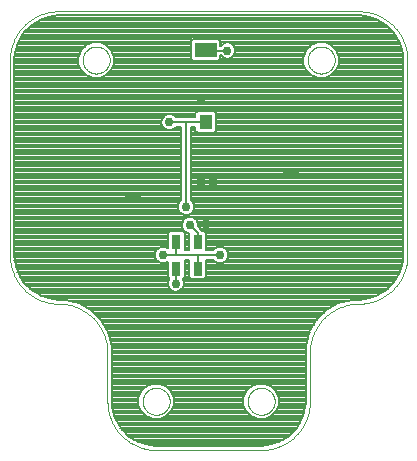
<source format=gtl>
G75*
%MOIN*%
%OFA0B0*%
%FSLAX25Y25*%
%IPPOS*%
%LPD*%
%AMOC8*
5,1,8,0,0,1.08239X$1,22.5*
%
%ADD10C,0.00000*%
%ADD11R,0.03150X0.04724*%
%ADD12R,0.04331X0.05118*%
%ADD13R,0.07480X0.05118*%
%ADD14C,0.02978*%
%ADD15C,0.00800*%
%ADD16OC8,0.02978*%
D10*
X0047650Y0035150D02*
X0047645Y0035543D01*
X0047631Y0035935D01*
X0047607Y0036327D01*
X0047574Y0036718D01*
X0047532Y0037109D01*
X0047479Y0037498D01*
X0047418Y0037886D01*
X0047347Y0038272D01*
X0047267Y0038656D01*
X0047178Y0039039D01*
X0047079Y0039419D01*
X0046971Y0039797D01*
X0046855Y0040172D01*
X0046729Y0040544D01*
X0046594Y0040912D01*
X0046450Y0041278D01*
X0046298Y0041640D01*
X0046137Y0041998D01*
X0045967Y0042352D01*
X0045789Y0042702D01*
X0045602Y0043047D01*
X0045407Y0043388D01*
X0045204Y0043724D01*
X0044993Y0044055D01*
X0044773Y0044381D01*
X0044547Y0044702D01*
X0044312Y0045016D01*
X0044070Y0045326D01*
X0043820Y0045629D01*
X0043563Y0045926D01*
X0043299Y0046217D01*
X0043028Y0046501D01*
X0042751Y0046778D01*
X0042467Y0047049D01*
X0042176Y0047313D01*
X0041879Y0047570D01*
X0041576Y0047820D01*
X0041266Y0048062D01*
X0040952Y0048297D01*
X0040631Y0048523D01*
X0040305Y0048743D01*
X0039974Y0048954D01*
X0039638Y0049157D01*
X0039297Y0049352D01*
X0038952Y0049539D01*
X0038602Y0049717D01*
X0038248Y0049887D01*
X0037890Y0050048D01*
X0037528Y0050200D01*
X0037162Y0050344D01*
X0036794Y0050479D01*
X0036422Y0050605D01*
X0036047Y0050721D01*
X0035669Y0050829D01*
X0035289Y0050928D01*
X0034906Y0051017D01*
X0034522Y0051097D01*
X0034136Y0051168D01*
X0033748Y0051229D01*
X0033359Y0051282D01*
X0032968Y0051324D01*
X0032577Y0051357D01*
X0032185Y0051381D01*
X0031793Y0051395D01*
X0031400Y0051400D01*
X0031007Y0051405D01*
X0030615Y0051419D01*
X0030223Y0051443D01*
X0029832Y0051476D01*
X0029441Y0051518D01*
X0029052Y0051571D01*
X0028664Y0051632D01*
X0028278Y0051703D01*
X0027894Y0051783D01*
X0027511Y0051872D01*
X0027131Y0051971D01*
X0026753Y0052079D01*
X0026378Y0052195D01*
X0026006Y0052321D01*
X0025638Y0052456D01*
X0025272Y0052600D01*
X0024910Y0052752D01*
X0024552Y0052913D01*
X0024198Y0053083D01*
X0023848Y0053261D01*
X0023503Y0053448D01*
X0023162Y0053643D01*
X0022826Y0053846D01*
X0022495Y0054057D01*
X0022169Y0054277D01*
X0021848Y0054503D01*
X0021534Y0054738D01*
X0021224Y0054980D01*
X0020921Y0055230D01*
X0020624Y0055487D01*
X0020333Y0055751D01*
X0020049Y0056022D01*
X0019772Y0056299D01*
X0019501Y0056583D01*
X0019237Y0056874D01*
X0018980Y0057171D01*
X0018730Y0057474D01*
X0018488Y0057784D01*
X0018253Y0058098D01*
X0018027Y0058419D01*
X0017807Y0058745D01*
X0017596Y0059076D01*
X0017393Y0059412D01*
X0017198Y0059753D01*
X0017011Y0060098D01*
X0016833Y0060448D01*
X0016663Y0060802D01*
X0016502Y0061160D01*
X0016350Y0061522D01*
X0016206Y0061888D01*
X0016071Y0062256D01*
X0015945Y0062628D01*
X0015829Y0063003D01*
X0015721Y0063381D01*
X0015622Y0063761D01*
X0015533Y0064144D01*
X0015453Y0064528D01*
X0015382Y0064914D01*
X0015321Y0065302D01*
X0015268Y0065691D01*
X0015226Y0066082D01*
X0015193Y0066473D01*
X0015169Y0066865D01*
X0015155Y0067257D01*
X0015150Y0067650D01*
X0015150Y0132650D01*
X0015155Y0133043D01*
X0015169Y0133435D01*
X0015193Y0133827D01*
X0015226Y0134218D01*
X0015268Y0134609D01*
X0015321Y0134998D01*
X0015382Y0135386D01*
X0015453Y0135772D01*
X0015533Y0136156D01*
X0015622Y0136539D01*
X0015721Y0136919D01*
X0015829Y0137297D01*
X0015945Y0137672D01*
X0016071Y0138044D01*
X0016206Y0138412D01*
X0016350Y0138778D01*
X0016502Y0139140D01*
X0016663Y0139498D01*
X0016833Y0139852D01*
X0017011Y0140202D01*
X0017198Y0140547D01*
X0017393Y0140888D01*
X0017596Y0141224D01*
X0017807Y0141555D01*
X0018027Y0141881D01*
X0018253Y0142202D01*
X0018488Y0142516D01*
X0018730Y0142826D01*
X0018980Y0143129D01*
X0019237Y0143426D01*
X0019501Y0143717D01*
X0019772Y0144001D01*
X0020049Y0144278D01*
X0020333Y0144549D01*
X0020624Y0144813D01*
X0020921Y0145070D01*
X0021224Y0145320D01*
X0021534Y0145562D01*
X0021848Y0145797D01*
X0022169Y0146023D01*
X0022495Y0146243D01*
X0022826Y0146454D01*
X0023162Y0146657D01*
X0023503Y0146852D01*
X0023848Y0147039D01*
X0024198Y0147217D01*
X0024552Y0147387D01*
X0024910Y0147548D01*
X0025272Y0147700D01*
X0025638Y0147844D01*
X0026006Y0147979D01*
X0026378Y0148105D01*
X0026753Y0148221D01*
X0027131Y0148329D01*
X0027511Y0148428D01*
X0027894Y0148517D01*
X0028278Y0148597D01*
X0028664Y0148668D01*
X0029052Y0148729D01*
X0029441Y0148782D01*
X0029832Y0148824D01*
X0030223Y0148857D01*
X0030615Y0148881D01*
X0031007Y0148895D01*
X0031400Y0148900D01*
X0131400Y0148900D01*
X0131793Y0148895D01*
X0132185Y0148881D01*
X0132577Y0148857D01*
X0132968Y0148824D01*
X0133359Y0148782D01*
X0133748Y0148729D01*
X0134136Y0148668D01*
X0134522Y0148597D01*
X0134906Y0148517D01*
X0135289Y0148428D01*
X0135669Y0148329D01*
X0136047Y0148221D01*
X0136422Y0148105D01*
X0136794Y0147979D01*
X0137162Y0147844D01*
X0137528Y0147700D01*
X0137890Y0147548D01*
X0138248Y0147387D01*
X0138602Y0147217D01*
X0138952Y0147039D01*
X0139297Y0146852D01*
X0139638Y0146657D01*
X0139974Y0146454D01*
X0140305Y0146243D01*
X0140631Y0146023D01*
X0140952Y0145797D01*
X0141266Y0145562D01*
X0141576Y0145320D01*
X0141879Y0145070D01*
X0142176Y0144813D01*
X0142467Y0144549D01*
X0142751Y0144278D01*
X0143028Y0144001D01*
X0143299Y0143717D01*
X0143563Y0143426D01*
X0143820Y0143129D01*
X0144070Y0142826D01*
X0144312Y0142516D01*
X0144547Y0142202D01*
X0144773Y0141881D01*
X0144993Y0141555D01*
X0145204Y0141224D01*
X0145407Y0140888D01*
X0145602Y0140547D01*
X0145789Y0140202D01*
X0145967Y0139852D01*
X0146137Y0139498D01*
X0146298Y0139140D01*
X0146450Y0138778D01*
X0146594Y0138412D01*
X0146729Y0138044D01*
X0146855Y0137672D01*
X0146971Y0137297D01*
X0147079Y0136919D01*
X0147178Y0136539D01*
X0147267Y0136156D01*
X0147347Y0135772D01*
X0147418Y0135386D01*
X0147479Y0134998D01*
X0147532Y0134609D01*
X0147574Y0134218D01*
X0147607Y0133827D01*
X0147631Y0133435D01*
X0147645Y0133043D01*
X0147650Y0132650D01*
X0147650Y0067650D01*
X0147645Y0067257D01*
X0147631Y0066865D01*
X0147607Y0066473D01*
X0147574Y0066082D01*
X0147532Y0065691D01*
X0147479Y0065302D01*
X0147418Y0064914D01*
X0147347Y0064528D01*
X0147267Y0064144D01*
X0147178Y0063761D01*
X0147079Y0063381D01*
X0146971Y0063003D01*
X0146855Y0062628D01*
X0146729Y0062256D01*
X0146594Y0061888D01*
X0146450Y0061522D01*
X0146298Y0061160D01*
X0146137Y0060802D01*
X0145967Y0060448D01*
X0145789Y0060098D01*
X0145602Y0059753D01*
X0145407Y0059412D01*
X0145204Y0059076D01*
X0144993Y0058745D01*
X0144773Y0058419D01*
X0144547Y0058098D01*
X0144312Y0057784D01*
X0144070Y0057474D01*
X0143820Y0057171D01*
X0143563Y0056874D01*
X0143299Y0056583D01*
X0143028Y0056299D01*
X0142751Y0056022D01*
X0142467Y0055751D01*
X0142176Y0055487D01*
X0141879Y0055230D01*
X0141576Y0054980D01*
X0141266Y0054738D01*
X0140952Y0054503D01*
X0140631Y0054277D01*
X0140305Y0054057D01*
X0139974Y0053846D01*
X0139638Y0053643D01*
X0139297Y0053448D01*
X0138952Y0053261D01*
X0138602Y0053083D01*
X0138248Y0052913D01*
X0137890Y0052752D01*
X0137528Y0052600D01*
X0137162Y0052456D01*
X0136794Y0052321D01*
X0136422Y0052195D01*
X0136047Y0052079D01*
X0135669Y0051971D01*
X0135289Y0051872D01*
X0134906Y0051783D01*
X0134522Y0051703D01*
X0134136Y0051632D01*
X0133748Y0051571D01*
X0133359Y0051518D01*
X0132968Y0051476D01*
X0132577Y0051443D01*
X0132185Y0051419D01*
X0131793Y0051405D01*
X0131400Y0051400D01*
X0131007Y0051395D01*
X0130615Y0051381D01*
X0130223Y0051357D01*
X0129832Y0051324D01*
X0129441Y0051282D01*
X0129052Y0051229D01*
X0128664Y0051168D01*
X0128278Y0051097D01*
X0127894Y0051017D01*
X0127511Y0050928D01*
X0127131Y0050829D01*
X0126753Y0050721D01*
X0126378Y0050605D01*
X0126006Y0050479D01*
X0125638Y0050344D01*
X0125272Y0050200D01*
X0124910Y0050048D01*
X0124552Y0049887D01*
X0124198Y0049717D01*
X0123848Y0049539D01*
X0123503Y0049352D01*
X0123162Y0049157D01*
X0122826Y0048954D01*
X0122495Y0048743D01*
X0122169Y0048523D01*
X0121848Y0048297D01*
X0121534Y0048062D01*
X0121224Y0047820D01*
X0120921Y0047570D01*
X0120624Y0047313D01*
X0120333Y0047049D01*
X0120049Y0046778D01*
X0119772Y0046501D01*
X0119501Y0046217D01*
X0119237Y0045926D01*
X0118980Y0045629D01*
X0118730Y0045326D01*
X0118488Y0045016D01*
X0118253Y0044702D01*
X0118027Y0044381D01*
X0117807Y0044055D01*
X0117596Y0043724D01*
X0117393Y0043388D01*
X0117198Y0043047D01*
X0117011Y0042702D01*
X0116833Y0042352D01*
X0116663Y0041998D01*
X0116502Y0041640D01*
X0116350Y0041278D01*
X0116206Y0040912D01*
X0116071Y0040544D01*
X0115945Y0040172D01*
X0115829Y0039797D01*
X0115721Y0039419D01*
X0115622Y0039039D01*
X0115533Y0038656D01*
X0115453Y0038272D01*
X0115382Y0037886D01*
X0115321Y0037498D01*
X0115268Y0037109D01*
X0115226Y0036718D01*
X0115193Y0036327D01*
X0115169Y0035935D01*
X0115155Y0035543D01*
X0115150Y0035150D01*
X0115150Y0018900D01*
X0115145Y0018507D01*
X0115131Y0018115D01*
X0115107Y0017723D01*
X0115074Y0017332D01*
X0115032Y0016941D01*
X0114979Y0016552D01*
X0114918Y0016164D01*
X0114847Y0015778D01*
X0114767Y0015394D01*
X0114678Y0015011D01*
X0114579Y0014631D01*
X0114471Y0014253D01*
X0114355Y0013878D01*
X0114229Y0013506D01*
X0114094Y0013138D01*
X0113950Y0012772D01*
X0113798Y0012410D01*
X0113637Y0012052D01*
X0113467Y0011698D01*
X0113289Y0011348D01*
X0113102Y0011003D01*
X0112907Y0010662D01*
X0112704Y0010326D01*
X0112493Y0009995D01*
X0112273Y0009669D01*
X0112047Y0009348D01*
X0111812Y0009034D01*
X0111570Y0008724D01*
X0111320Y0008421D01*
X0111063Y0008124D01*
X0110799Y0007833D01*
X0110528Y0007549D01*
X0110251Y0007272D01*
X0109967Y0007001D01*
X0109676Y0006737D01*
X0109379Y0006480D01*
X0109076Y0006230D01*
X0108766Y0005988D01*
X0108452Y0005753D01*
X0108131Y0005527D01*
X0107805Y0005307D01*
X0107474Y0005096D01*
X0107138Y0004893D01*
X0106797Y0004698D01*
X0106452Y0004511D01*
X0106102Y0004333D01*
X0105748Y0004163D01*
X0105390Y0004002D01*
X0105028Y0003850D01*
X0104662Y0003706D01*
X0104294Y0003571D01*
X0103922Y0003445D01*
X0103547Y0003329D01*
X0103169Y0003221D01*
X0102789Y0003122D01*
X0102406Y0003033D01*
X0102022Y0002953D01*
X0101636Y0002882D01*
X0101248Y0002821D01*
X0100859Y0002768D01*
X0100468Y0002726D01*
X0100077Y0002693D01*
X0099685Y0002669D01*
X0099293Y0002655D01*
X0098900Y0002650D01*
X0063900Y0002650D01*
X0063507Y0002655D01*
X0063115Y0002669D01*
X0062723Y0002693D01*
X0062332Y0002726D01*
X0061941Y0002768D01*
X0061552Y0002821D01*
X0061164Y0002882D01*
X0060778Y0002953D01*
X0060394Y0003033D01*
X0060011Y0003122D01*
X0059631Y0003221D01*
X0059253Y0003329D01*
X0058878Y0003445D01*
X0058506Y0003571D01*
X0058138Y0003706D01*
X0057772Y0003850D01*
X0057410Y0004002D01*
X0057052Y0004163D01*
X0056698Y0004333D01*
X0056348Y0004511D01*
X0056003Y0004698D01*
X0055662Y0004893D01*
X0055326Y0005096D01*
X0054995Y0005307D01*
X0054669Y0005527D01*
X0054348Y0005753D01*
X0054034Y0005988D01*
X0053724Y0006230D01*
X0053421Y0006480D01*
X0053124Y0006737D01*
X0052833Y0007001D01*
X0052549Y0007272D01*
X0052272Y0007549D01*
X0052001Y0007833D01*
X0051737Y0008124D01*
X0051480Y0008421D01*
X0051230Y0008724D01*
X0050988Y0009034D01*
X0050753Y0009348D01*
X0050527Y0009669D01*
X0050307Y0009995D01*
X0050096Y0010326D01*
X0049893Y0010662D01*
X0049698Y0011003D01*
X0049511Y0011348D01*
X0049333Y0011698D01*
X0049163Y0012052D01*
X0049002Y0012410D01*
X0048850Y0012772D01*
X0048706Y0013138D01*
X0048571Y0013506D01*
X0048445Y0013878D01*
X0048329Y0014253D01*
X0048221Y0014631D01*
X0048122Y0015011D01*
X0048033Y0015394D01*
X0047953Y0015778D01*
X0047882Y0016164D01*
X0047821Y0016552D01*
X0047768Y0016941D01*
X0047726Y0017332D01*
X0047693Y0017723D01*
X0047669Y0018115D01*
X0047655Y0018507D01*
X0047650Y0018900D01*
X0047650Y0035150D01*
X0059400Y0018900D02*
X0059402Y0019034D01*
X0059408Y0019168D01*
X0059418Y0019301D01*
X0059432Y0019435D01*
X0059450Y0019568D01*
X0059472Y0019700D01*
X0059497Y0019831D01*
X0059527Y0019962D01*
X0059561Y0020092D01*
X0059598Y0020220D01*
X0059639Y0020348D01*
X0059684Y0020474D01*
X0059733Y0020599D01*
X0059785Y0020722D01*
X0059841Y0020844D01*
X0059901Y0020964D01*
X0059964Y0021082D01*
X0060031Y0021198D01*
X0060101Y0021312D01*
X0060175Y0021424D01*
X0060252Y0021534D01*
X0060332Y0021642D01*
X0060415Y0021747D01*
X0060501Y0021849D01*
X0060590Y0021949D01*
X0060683Y0022046D01*
X0060778Y0022141D01*
X0060876Y0022232D01*
X0060976Y0022321D01*
X0061079Y0022406D01*
X0061185Y0022489D01*
X0061293Y0022568D01*
X0061403Y0022644D01*
X0061516Y0022717D01*
X0061631Y0022786D01*
X0061747Y0022852D01*
X0061866Y0022914D01*
X0061986Y0022973D01*
X0062109Y0023028D01*
X0062232Y0023080D01*
X0062357Y0023127D01*
X0062484Y0023171D01*
X0062612Y0023212D01*
X0062741Y0023248D01*
X0062871Y0023281D01*
X0063002Y0023309D01*
X0063133Y0023334D01*
X0063266Y0023355D01*
X0063399Y0023372D01*
X0063532Y0023385D01*
X0063666Y0023394D01*
X0063800Y0023399D01*
X0063934Y0023400D01*
X0064067Y0023397D01*
X0064201Y0023390D01*
X0064335Y0023379D01*
X0064468Y0023364D01*
X0064601Y0023345D01*
X0064733Y0023322D01*
X0064864Y0023296D01*
X0064994Y0023265D01*
X0065124Y0023230D01*
X0065252Y0023192D01*
X0065379Y0023150D01*
X0065505Y0023104D01*
X0065630Y0023054D01*
X0065753Y0023001D01*
X0065874Y0022944D01*
X0065994Y0022883D01*
X0066111Y0022819D01*
X0066227Y0022752D01*
X0066341Y0022681D01*
X0066452Y0022606D01*
X0066561Y0022529D01*
X0066668Y0022448D01*
X0066773Y0022364D01*
X0066874Y0022277D01*
X0066974Y0022187D01*
X0067070Y0022094D01*
X0067164Y0021998D01*
X0067255Y0021899D01*
X0067342Y0021798D01*
X0067427Y0021694D01*
X0067509Y0021588D01*
X0067587Y0021480D01*
X0067662Y0021369D01*
X0067734Y0021256D01*
X0067803Y0021140D01*
X0067868Y0021023D01*
X0067929Y0020904D01*
X0067987Y0020783D01*
X0068041Y0020661D01*
X0068092Y0020537D01*
X0068139Y0020411D01*
X0068182Y0020284D01*
X0068221Y0020156D01*
X0068257Y0020027D01*
X0068288Y0019897D01*
X0068316Y0019766D01*
X0068340Y0019634D01*
X0068360Y0019501D01*
X0068376Y0019368D01*
X0068388Y0019235D01*
X0068396Y0019101D01*
X0068400Y0018967D01*
X0068400Y0018833D01*
X0068396Y0018699D01*
X0068388Y0018565D01*
X0068376Y0018432D01*
X0068360Y0018299D01*
X0068340Y0018166D01*
X0068316Y0018034D01*
X0068288Y0017903D01*
X0068257Y0017773D01*
X0068221Y0017644D01*
X0068182Y0017516D01*
X0068139Y0017389D01*
X0068092Y0017263D01*
X0068041Y0017139D01*
X0067987Y0017017D01*
X0067929Y0016896D01*
X0067868Y0016777D01*
X0067803Y0016660D01*
X0067734Y0016544D01*
X0067662Y0016431D01*
X0067587Y0016320D01*
X0067509Y0016212D01*
X0067427Y0016106D01*
X0067342Y0016002D01*
X0067255Y0015901D01*
X0067164Y0015802D01*
X0067070Y0015706D01*
X0066974Y0015613D01*
X0066874Y0015523D01*
X0066773Y0015436D01*
X0066668Y0015352D01*
X0066561Y0015271D01*
X0066452Y0015194D01*
X0066341Y0015119D01*
X0066227Y0015048D01*
X0066111Y0014981D01*
X0065994Y0014917D01*
X0065874Y0014856D01*
X0065753Y0014799D01*
X0065630Y0014746D01*
X0065505Y0014696D01*
X0065379Y0014650D01*
X0065252Y0014608D01*
X0065124Y0014570D01*
X0064994Y0014535D01*
X0064864Y0014504D01*
X0064733Y0014478D01*
X0064601Y0014455D01*
X0064468Y0014436D01*
X0064335Y0014421D01*
X0064201Y0014410D01*
X0064067Y0014403D01*
X0063934Y0014400D01*
X0063800Y0014401D01*
X0063666Y0014406D01*
X0063532Y0014415D01*
X0063399Y0014428D01*
X0063266Y0014445D01*
X0063133Y0014466D01*
X0063002Y0014491D01*
X0062871Y0014519D01*
X0062741Y0014552D01*
X0062612Y0014588D01*
X0062484Y0014629D01*
X0062357Y0014673D01*
X0062232Y0014720D01*
X0062109Y0014772D01*
X0061986Y0014827D01*
X0061866Y0014886D01*
X0061747Y0014948D01*
X0061631Y0015014D01*
X0061516Y0015083D01*
X0061403Y0015156D01*
X0061293Y0015232D01*
X0061185Y0015311D01*
X0061079Y0015394D01*
X0060976Y0015479D01*
X0060876Y0015568D01*
X0060778Y0015659D01*
X0060683Y0015754D01*
X0060590Y0015851D01*
X0060501Y0015951D01*
X0060415Y0016053D01*
X0060332Y0016158D01*
X0060252Y0016266D01*
X0060175Y0016376D01*
X0060101Y0016488D01*
X0060031Y0016602D01*
X0059964Y0016718D01*
X0059901Y0016836D01*
X0059841Y0016956D01*
X0059785Y0017078D01*
X0059733Y0017201D01*
X0059684Y0017326D01*
X0059639Y0017452D01*
X0059598Y0017580D01*
X0059561Y0017708D01*
X0059527Y0017838D01*
X0059497Y0017969D01*
X0059472Y0018100D01*
X0059450Y0018232D01*
X0059432Y0018365D01*
X0059418Y0018499D01*
X0059408Y0018632D01*
X0059402Y0018766D01*
X0059400Y0018900D01*
X0094400Y0018900D02*
X0094402Y0019034D01*
X0094408Y0019168D01*
X0094418Y0019301D01*
X0094432Y0019435D01*
X0094450Y0019568D01*
X0094472Y0019700D01*
X0094497Y0019831D01*
X0094527Y0019962D01*
X0094561Y0020092D01*
X0094598Y0020220D01*
X0094639Y0020348D01*
X0094684Y0020474D01*
X0094733Y0020599D01*
X0094785Y0020722D01*
X0094841Y0020844D01*
X0094901Y0020964D01*
X0094964Y0021082D01*
X0095031Y0021198D01*
X0095101Y0021312D01*
X0095175Y0021424D01*
X0095252Y0021534D01*
X0095332Y0021642D01*
X0095415Y0021747D01*
X0095501Y0021849D01*
X0095590Y0021949D01*
X0095683Y0022046D01*
X0095778Y0022141D01*
X0095876Y0022232D01*
X0095976Y0022321D01*
X0096079Y0022406D01*
X0096185Y0022489D01*
X0096293Y0022568D01*
X0096403Y0022644D01*
X0096516Y0022717D01*
X0096631Y0022786D01*
X0096747Y0022852D01*
X0096866Y0022914D01*
X0096986Y0022973D01*
X0097109Y0023028D01*
X0097232Y0023080D01*
X0097357Y0023127D01*
X0097484Y0023171D01*
X0097612Y0023212D01*
X0097741Y0023248D01*
X0097871Y0023281D01*
X0098002Y0023309D01*
X0098133Y0023334D01*
X0098266Y0023355D01*
X0098399Y0023372D01*
X0098532Y0023385D01*
X0098666Y0023394D01*
X0098800Y0023399D01*
X0098934Y0023400D01*
X0099067Y0023397D01*
X0099201Y0023390D01*
X0099335Y0023379D01*
X0099468Y0023364D01*
X0099601Y0023345D01*
X0099733Y0023322D01*
X0099864Y0023296D01*
X0099994Y0023265D01*
X0100124Y0023230D01*
X0100252Y0023192D01*
X0100379Y0023150D01*
X0100505Y0023104D01*
X0100630Y0023054D01*
X0100753Y0023001D01*
X0100874Y0022944D01*
X0100994Y0022883D01*
X0101111Y0022819D01*
X0101227Y0022752D01*
X0101341Y0022681D01*
X0101452Y0022606D01*
X0101561Y0022529D01*
X0101668Y0022448D01*
X0101773Y0022364D01*
X0101874Y0022277D01*
X0101974Y0022187D01*
X0102070Y0022094D01*
X0102164Y0021998D01*
X0102255Y0021899D01*
X0102342Y0021798D01*
X0102427Y0021694D01*
X0102509Y0021588D01*
X0102587Y0021480D01*
X0102662Y0021369D01*
X0102734Y0021256D01*
X0102803Y0021140D01*
X0102868Y0021023D01*
X0102929Y0020904D01*
X0102987Y0020783D01*
X0103041Y0020661D01*
X0103092Y0020537D01*
X0103139Y0020411D01*
X0103182Y0020284D01*
X0103221Y0020156D01*
X0103257Y0020027D01*
X0103288Y0019897D01*
X0103316Y0019766D01*
X0103340Y0019634D01*
X0103360Y0019501D01*
X0103376Y0019368D01*
X0103388Y0019235D01*
X0103396Y0019101D01*
X0103400Y0018967D01*
X0103400Y0018833D01*
X0103396Y0018699D01*
X0103388Y0018565D01*
X0103376Y0018432D01*
X0103360Y0018299D01*
X0103340Y0018166D01*
X0103316Y0018034D01*
X0103288Y0017903D01*
X0103257Y0017773D01*
X0103221Y0017644D01*
X0103182Y0017516D01*
X0103139Y0017389D01*
X0103092Y0017263D01*
X0103041Y0017139D01*
X0102987Y0017017D01*
X0102929Y0016896D01*
X0102868Y0016777D01*
X0102803Y0016660D01*
X0102734Y0016544D01*
X0102662Y0016431D01*
X0102587Y0016320D01*
X0102509Y0016212D01*
X0102427Y0016106D01*
X0102342Y0016002D01*
X0102255Y0015901D01*
X0102164Y0015802D01*
X0102070Y0015706D01*
X0101974Y0015613D01*
X0101874Y0015523D01*
X0101773Y0015436D01*
X0101668Y0015352D01*
X0101561Y0015271D01*
X0101452Y0015194D01*
X0101341Y0015119D01*
X0101227Y0015048D01*
X0101111Y0014981D01*
X0100994Y0014917D01*
X0100874Y0014856D01*
X0100753Y0014799D01*
X0100630Y0014746D01*
X0100505Y0014696D01*
X0100379Y0014650D01*
X0100252Y0014608D01*
X0100124Y0014570D01*
X0099994Y0014535D01*
X0099864Y0014504D01*
X0099733Y0014478D01*
X0099601Y0014455D01*
X0099468Y0014436D01*
X0099335Y0014421D01*
X0099201Y0014410D01*
X0099067Y0014403D01*
X0098934Y0014400D01*
X0098800Y0014401D01*
X0098666Y0014406D01*
X0098532Y0014415D01*
X0098399Y0014428D01*
X0098266Y0014445D01*
X0098133Y0014466D01*
X0098002Y0014491D01*
X0097871Y0014519D01*
X0097741Y0014552D01*
X0097612Y0014588D01*
X0097484Y0014629D01*
X0097357Y0014673D01*
X0097232Y0014720D01*
X0097109Y0014772D01*
X0096986Y0014827D01*
X0096866Y0014886D01*
X0096747Y0014948D01*
X0096631Y0015014D01*
X0096516Y0015083D01*
X0096403Y0015156D01*
X0096293Y0015232D01*
X0096185Y0015311D01*
X0096079Y0015394D01*
X0095976Y0015479D01*
X0095876Y0015568D01*
X0095778Y0015659D01*
X0095683Y0015754D01*
X0095590Y0015851D01*
X0095501Y0015951D01*
X0095415Y0016053D01*
X0095332Y0016158D01*
X0095252Y0016266D01*
X0095175Y0016376D01*
X0095101Y0016488D01*
X0095031Y0016602D01*
X0094964Y0016718D01*
X0094901Y0016836D01*
X0094841Y0016956D01*
X0094785Y0017078D01*
X0094733Y0017201D01*
X0094684Y0017326D01*
X0094639Y0017452D01*
X0094598Y0017580D01*
X0094561Y0017708D01*
X0094527Y0017838D01*
X0094497Y0017969D01*
X0094472Y0018100D01*
X0094450Y0018232D01*
X0094432Y0018365D01*
X0094418Y0018499D01*
X0094408Y0018632D01*
X0094402Y0018766D01*
X0094400Y0018900D01*
X0114400Y0132650D02*
X0114402Y0132784D01*
X0114408Y0132918D01*
X0114418Y0133051D01*
X0114432Y0133185D01*
X0114450Y0133318D01*
X0114472Y0133450D01*
X0114497Y0133581D01*
X0114527Y0133712D01*
X0114561Y0133842D01*
X0114598Y0133970D01*
X0114639Y0134098D01*
X0114684Y0134224D01*
X0114733Y0134349D01*
X0114785Y0134472D01*
X0114841Y0134594D01*
X0114901Y0134714D01*
X0114964Y0134832D01*
X0115031Y0134948D01*
X0115101Y0135062D01*
X0115175Y0135174D01*
X0115252Y0135284D01*
X0115332Y0135392D01*
X0115415Y0135497D01*
X0115501Y0135599D01*
X0115590Y0135699D01*
X0115683Y0135796D01*
X0115778Y0135891D01*
X0115876Y0135982D01*
X0115976Y0136071D01*
X0116079Y0136156D01*
X0116185Y0136239D01*
X0116293Y0136318D01*
X0116403Y0136394D01*
X0116516Y0136467D01*
X0116631Y0136536D01*
X0116747Y0136602D01*
X0116866Y0136664D01*
X0116986Y0136723D01*
X0117109Y0136778D01*
X0117232Y0136830D01*
X0117357Y0136877D01*
X0117484Y0136921D01*
X0117612Y0136962D01*
X0117741Y0136998D01*
X0117871Y0137031D01*
X0118002Y0137059D01*
X0118133Y0137084D01*
X0118266Y0137105D01*
X0118399Y0137122D01*
X0118532Y0137135D01*
X0118666Y0137144D01*
X0118800Y0137149D01*
X0118934Y0137150D01*
X0119067Y0137147D01*
X0119201Y0137140D01*
X0119335Y0137129D01*
X0119468Y0137114D01*
X0119601Y0137095D01*
X0119733Y0137072D01*
X0119864Y0137046D01*
X0119994Y0137015D01*
X0120124Y0136980D01*
X0120252Y0136942D01*
X0120379Y0136900D01*
X0120505Y0136854D01*
X0120630Y0136804D01*
X0120753Y0136751D01*
X0120874Y0136694D01*
X0120994Y0136633D01*
X0121111Y0136569D01*
X0121227Y0136502D01*
X0121341Y0136431D01*
X0121452Y0136356D01*
X0121561Y0136279D01*
X0121668Y0136198D01*
X0121773Y0136114D01*
X0121874Y0136027D01*
X0121974Y0135937D01*
X0122070Y0135844D01*
X0122164Y0135748D01*
X0122255Y0135649D01*
X0122342Y0135548D01*
X0122427Y0135444D01*
X0122509Y0135338D01*
X0122587Y0135230D01*
X0122662Y0135119D01*
X0122734Y0135006D01*
X0122803Y0134890D01*
X0122868Y0134773D01*
X0122929Y0134654D01*
X0122987Y0134533D01*
X0123041Y0134411D01*
X0123092Y0134287D01*
X0123139Y0134161D01*
X0123182Y0134034D01*
X0123221Y0133906D01*
X0123257Y0133777D01*
X0123288Y0133647D01*
X0123316Y0133516D01*
X0123340Y0133384D01*
X0123360Y0133251D01*
X0123376Y0133118D01*
X0123388Y0132985D01*
X0123396Y0132851D01*
X0123400Y0132717D01*
X0123400Y0132583D01*
X0123396Y0132449D01*
X0123388Y0132315D01*
X0123376Y0132182D01*
X0123360Y0132049D01*
X0123340Y0131916D01*
X0123316Y0131784D01*
X0123288Y0131653D01*
X0123257Y0131523D01*
X0123221Y0131394D01*
X0123182Y0131266D01*
X0123139Y0131139D01*
X0123092Y0131013D01*
X0123041Y0130889D01*
X0122987Y0130767D01*
X0122929Y0130646D01*
X0122868Y0130527D01*
X0122803Y0130410D01*
X0122734Y0130294D01*
X0122662Y0130181D01*
X0122587Y0130070D01*
X0122509Y0129962D01*
X0122427Y0129856D01*
X0122342Y0129752D01*
X0122255Y0129651D01*
X0122164Y0129552D01*
X0122070Y0129456D01*
X0121974Y0129363D01*
X0121874Y0129273D01*
X0121773Y0129186D01*
X0121668Y0129102D01*
X0121561Y0129021D01*
X0121452Y0128944D01*
X0121341Y0128869D01*
X0121227Y0128798D01*
X0121111Y0128731D01*
X0120994Y0128667D01*
X0120874Y0128606D01*
X0120753Y0128549D01*
X0120630Y0128496D01*
X0120505Y0128446D01*
X0120379Y0128400D01*
X0120252Y0128358D01*
X0120124Y0128320D01*
X0119994Y0128285D01*
X0119864Y0128254D01*
X0119733Y0128228D01*
X0119601Y0128205D01*
X0119468Y0128186D01*
X0119335Y0128171D01*
X0119201Y0128160D01*
X0119067Y0128153D01*
X0118934Y0128150D01*
X0118800Y0128151D01*
X0118666Y0128156D01*
X0118532Y0128165D01*
X0118399Y0128178D01*
X0118266Y0128195D01*
X0118133Y0128216D01*
X0118002Y0128241D01*
X0117871Y0128269D01*
X0117741Y0128302D01*
X0117612Y0128338D01*
X0117484Y0128379D01*
X0117357Y0128423D01*
X0117232Y0128470D01*
X0117109Y0128522D01*
X0116986Y0128577D01*
X0116866Y0128636D01*
X0116747Y0128698D01*
X0116631Y0128764D01*
X0116516Y0128833D01*
X0116403Y0128906D01*
X0116293Y0128982D01*
X0116185Y0129061D01*
X0116079Y0129144D01*
X0115976Y0129229D01*
X0115876Y0129318D01*
X0115778Y0129409D01*
X0115683Y0129504D01*
X0115590Y0129601D01*
X0115501Y0129701D01*
X0115415Y0129803D01*
X0115332Y0129908D01*
X0115252Y0130016D01*
X0115175Y0130126D01*
X0115101Y0130238D01*
X0115031Y0130352D01*
X0114964Y0130468D01*
X0114901Y0130586D01*
X0114841Y0130706D01*
X0114785Y0130828D01*
X0114733Y0130951D01*
X0114684Y0131076D01*
X0114639Y0131202D01*
X0114598Y0131330D01*
X0114561Y0131458D01*
X0114527Y0131588D01*
X0114497Y0131719D01*
X0114472Y0131850D01*
X0114450Y0131982D01*
X0114432Y0132115D01*
X0114418Y0132249D01*
X0114408Y0132382D01*
X0114402Y0132516D01*
X0114400Y0132650D01*
X0039400Y0132650D02*
X0039402Y0132784D01*
X0039408Y0132918D01*
X0039418Y0133051D01*
X0039432Y0133185D01*
X0039450Y0133318D01*
X0039472Y0133450D01*
X0039497Y0133581D01*
X0039527Y0133712D01*
X0039561Y0133842D01*
X0039598Y0133970D01*
X0039639Y0134098D01*
X0039684Y0134224D01*
X0039733Y0134349D01*
X0039785Y0134472D01*
X0039841Y0134594D01*
X0039901Y0134714D01*
X0039964Y0134832D01*
X0040031Y0134948D01*
X0040101Y0135062D01*
X0040175Y0135174D01*
X0040252Y0135284D01*
X0040332Y0135392D01*
X0040415Y0135497D01*
X0040501Y0135599D01*
X0040590Y0135699D01*
X0040683Y0135796D01*
X0040778Y0135891D01*
X0040876Y0135982D01*
X0040976Y0136071D01*
X0041079Y0136156D01*
X0041185Y0136239D01*
X0041293Y0136318D01*
X0041403Y0136394D01*
X0041516Y0136467D01*
X0041631Y0136536D01*
X0041747Y0136602D01*
X0041866Y0136664D01*
X0041986Y0136723D01*
X0042109Y0136778D01*
X0042232Y0136830D01*
X0042357Y0136877D01*
X0042484Y0136921D01*
X0042612Y0136962D01*
X0042741Y0136998D01*
X0042871Y0137031D01*
X0043002Y0137059D01*
X0043133Y0137084D01*
X0043266Y0137105D01*
X0043399Y0137122D01*
X0043532Y0137135D01*
X0043666Y0137144D01*
X0043800Y0137149D01*
X0043934Y0137150D01*
X0044067Y0137147D01*
X0044201Y0137140D01*
X0044335Y0137129D01*
X0044468Y0137114D01*
X0044601Y0137095D01*
X0044733Y0137072D01*
X0044864Y0137046D01*
X0044994Y0137015D01*
X0045124Y0136980D01*
X0045252Y0136942D01*
X0045379Y0136900D01*
X0045505Y0136854D01*
X0045630Y0136804D01*
X0045753Y0136751D01*
X0045874Y0136694D01*
X0045994Y0136633D01*
X0046111Y0136569D01*
X0046227Y0136502D01*
X0046341Y0136431D01*
X0046452Y0136356D01*
X0046561Y0136279D01*
X0046668Y0136198D01*
X0046773Y0136114D01*
X0046874Y0136027D01*
X0046974Y0135937D01*
X0047070Y0135844D01*
X0047164Y0135748D01*
X0047255Y0135649D01*
X0047342Y0135548D01*
X0047427Y0135444D01*
X0047509Y0135338D01*
X0047587Y0135230D01*
X0047662Y0135119D01*
X0047734Y0135006D01*
X0047803Y0134890D01*
X0047868Y0134773D01*
X0047929Y0134654D01*
X0047987Y0134533D01*
X0048041Y0134411D01*
X0048092Y0134287D01*
X0048139Y0134161D01*
X0048182Y0134034D01*
X0048221Y0133906D01*
X0048257Y0133777D01*
X0048288Y0133647D01*
X0048316Y0133516D01*
X0048340Y0133384D01*
X0048360Y0133251D01*
X0048376Y0133118D01*
X0048388Y0132985D01*
X0048396Y0132851D01*
X0048400Y0132717D01*
X0048400Y0132583D01*
X0048396Y0132449D01*
X0048388Y0132315D01*
X0048376Y0132182D01*
X0048360Y0132049D01*
X0048340Y0131916D01*
X0048316Y0131784D01*
X0048288Y0131653D01*
X0048257Y0131523D01*
X0048221Y0131394D01*
X0048182Y0131266D01*
X0048139Y0131139D01*
X0048092Y0131013D01*
X0048041Y0130889D01*
X0047987Y0130767D01*
X0047929Y0130646D01*
X0047868Y0130527D01*
X0047803Y0130410D01*
X0047734Y0130294D01*
X0047662Y0130181D01*
X0047587Y0130070D01*
X0047509Y0129962D01*
X0047427Y0129856D01*
X0047342Y0129752D01*
X0047255Y0129651D01*
X0047164Y0129552D01*
X0047070Y0129456D01*
X0046974Y0129363D01*
X0046874Y0129273D01*
X0046773Y0129186D01*
X0046668Y0129102D01*
X0046561Y0129021D01*
X0046452Y0128944D01*
X0046341Y0128869D01*
X0046227Y0128798D01*
X0046111Y0128731D01*
X0045994Y0128667D01*
X0045874Y0128606D01*
X0045753Y0128549D01*
X0045630Y0128496D01*
X0045505Y0128446D01*
X0045379Y0128400D01*
X0045252Y0128358D01*
X0045124Y0128320D01*
X0044994Y0128285D01*
X0044864Y0128254D01*
X0044733Y0128228D01*
X0044601Y0128205D01*
X0044468Y0128186D01*
X0044335Y0128171D01*
X0044201Y0128160D01*
X0044067Y0128153D01*
X0043934Y0128150D01*
X0043800Y0128151D01*
X0043666Y0128156D01*
X0043532Y0128165D01*
X0043399Y0128178D01*
X0043266Y0128195D01*
X0043133Y0128216D01*
X0043002Y0128241D01*
X0042871Y0128269D01*
X0042741Y0128302D01*
X0042612Y0128338D01*
X0042484Y0128379D01*
X0042357Y0128423D01*
X0042232Y0128470D01*
X0042109Y0128522D01*
X0041986Y0128577D01*
X0041866Y0128636D01*
X0041747Y0128698D01*
X0041631Y0128764D01*
X0041516Y0128833D01*
X0041403Y0128906D01*
X0041293Y0128982D01*
X0041185Y0129061D01*
X0041079Y0129144D01*
X0040976Y0129229D01*
X0040876Y0129318D01*
X0040778Y0129409D01*
X0040683Y0129504D01*
X0040590Y0129601D01*
X0040501Y0129701D01*
X0040415Y0129803D01*
X0040332Y0129908D01*
X0040252Y0130016D01*
X0040175Y0130126D01*
X0040101Y0130238D01*
X0040031Y0130352D01*
X0039964Y0130468D01*
X0039901Y0130586D01*
X0039841Y0130706D01*
X0039785Y0130828D01*
X0039733Y0130951D01*
X0039684Y0131076D01*
X0039639Y0131202D01*
X0039598Y0131330D01*
X0039561Y0131458D01*
X0039527Y0131588D01*
X0039497Y0131719D01*
X0039472Y0131850D01*
X0039450Y0131982D01*
X0039432Y0132115D01*
X0039418Y0132249D01*
X0039408Y0132382D01*
X0039402Y0132516D01*
X0039400Y0132650D01*
D11*
X0070607Y0072150D03*
X0077693Y0072150D03*
X0077693Y0063150D03*
X0070607Y0063150D03*
D12*
X0080367Y0111950D03*
D13*
X0080367Y0135966D03*
D14*
X0087600Y0135800D03*
X0078900Y0118900D03*
X0068300Y0111900D03*
X0078900Y0093650D03*
X0078900Y0090650D03*
X0082900Y0090650D03*
X0082900Y0093650D03*
X0073900Y0083650D03*
X0075150Y0077650D03*
X0080400Y0078150D03*
X0085150Y0067650D03*
X0070400Y0058150D03*
X0066204Y0067650D03*
X0057400Y0087150D03*
X0054900Y0087150D03*
X0107650Y0094650D03*
X0110150Y0094650D03*
D15*
X0086429Y0070038D02*
X0146250Y0070038D01*
X0146250Y0069240D02*
X0087373Y0069240D01*
X0087436Y0069177D02*
X0086677Y0069936D01*
X0085686Y0070346D01*
X0084614Y0070346D01*
X0083623Y0069936D01*
X0082944Y0069257D01*
X0080444Y0069257D01*
X0080475Y0069288D01*
X0080475Y0075012D01*
X0079768Y0075719D01*
X0079300Y0075719D01*
X0079300Y0075772D01*
X0078359Y0076714D01*
X0077846Y0077227D01*
X0077846Y0078186D01*
X0077436Y0079177D01*
X0076677Y0079936D01*
X0075686Y0080346D01*
X0074614Y0080346D01*
X0073623Y0079936D01*
X0072864Y0079177D01*
X0072454Y0078186D01*
X0072454Y0077114D01*
X0072864Y0076123D01*
X0073623Y0075364D01*
X0074614Y0074954D01*
X0074911Y0074954D01*
X0074911Y0069288D01*
X0074942Y0069257D01*
X0073358Y0069257D01*
X0073389Y0069288D01*
X0073389Y0075012D01*
X0072681Y0075719D01*
X0068532Y0075719D01*
X0067825Y0075012D01*
X0067825Y0069842D01*
X0067731Y0069936D01*
X0066740Y0070346D01*
X0065668Y0070346D01*
X0064677Y0069936D01*
X0063918Y0069177D01*
X0063508Y0068186D01*
X0063508Y0067114D01*
X0063918Y0066123D01*
X0064677Y0065364D01*
X0065668Y0064954D01*
X0066740Y0064954D01*
X0067731Y0065364D01*
X0067825Y0065458D01*
X0067825Y0060288D01*
X0068275Y0059838D01*
X0068114Y0059677D01*
X0067704Y0058686D01*
X0067704Y0057614D01*
X0068114Y0056623D01*
X0068873Y0055864D01*
X0069864Y0055454D01*
X0070936Y0055454D01*
X0071927Y0055864D01*
X0072686Y0056623D01*
X0073096Y0057614D01*
X0073096Y0058686D01*
X0072713Y0059612D01*
X0073389Y0060288D01*
X0073389Y0066012D01*
X0073358Y0066043D01*
X0074942Y0066043D01*
X0074911Y0066012D01*
X0074911Y0060288D01*
X0075619Y0059581D01*
X0079768Y0059581D01*
X0080475Y0060288D01*
X0080475Y0066012D01*
X0080444Y0066043D01*
X0082944Y0066043D01*
X0083623Y0065364D01*
X0084614Y0064954D01*
X0085686Y0064954D01*
X0086677Y0065364D01*
X0087436Y0066123D01*
X0087846Y0067114D01*
X0087846Y0068186D01*
X0087436Y0069177D01*
X0087740Y0068441D02*
X0146250Y0068441D01*
X0146250Y0067650D02*
X0146123Y0065712D01*
X0145120Y0061967D01*
X0143181Y0058610D01*
X0140440Y0055869D01*
X0137083Y0053930D01*
X0133338Y0052927D01*
X0131400Y0052800D01*
X0129076Y0052800D01*
X0124587Y0051597D01*
X0120563Y0049274D01*
X0120563Y0049274D01*
X0117276Y0045987D01*
X0114953Y0041963D01*
X0114953Y0041963D01*
X0113750Y0037474D01*
X0113750Y0018900D01*
X0113623Y0016962D01*
X0112620Y0013217D01*
X0110681Y0009860D01*
X0107940Y0007119D01*
X0104583Y0005180D01*
X0100838Y0004177D01*
X0098900Y0004050D01*
X0063900Y0004050D01*
X0061962Y0004177D01*
X0058217Y0005180D01*
X0054860Y0007119D01*
X0052119Y0009860D01*
X0050180Y0013217D01*
X0049177Y0016962D01*
X0049050Y0018900D01*
X0049050Y0037474D01*
X0047847Y0041963D01*
X0045524Y0045987D01*
X0042237Y0049273D01*
X0042237Y0049274D01*
X0038213Y0051597D01*
X0033724Y0052800D01*
X0031400Y0052800D01*
X0029462Y0052927D01*
X0025717Y0053930D01*
X0022360Y0055869D01*
X0019619Y0058610D01*
X0017680Y0061967D01*
X0016677Y0065712D01*
X0016550Y0067650D01*
X0016550Y0132650D01*
X0016677Y0134588D01*
X0017680Y0138333D01*
X0019619Y0141690D01*
X0022360Y0144431D01*
X0025717Y0146370D01*
X0029462Y0147373D01*
X0031400Y0147500D01*
X0131400Y0147500D01*
X0133338Y0147373D01*
X0137083Y0146370D01*
X0140440Y0144431D01*
X0143181Y0141690D01*
X0145120Y0138333D01*
X0146123Y0134588D01*
X0146250Y0132650D01*
X0146250Y0067650D01*
X0146250Y0067643D02*
X0087846Y0067643D01*
X0087734Y0066844D02*
X0146197Y0066844D01*
X0146145Y0066046D02*
X0087359Y0066046D01*
X0086394Y0065247D02*
X0145999Y0065247D01*
X0145785Y0064449D02*
X0080475Y0064449D01*
X0080475Y0065247D02*
X0083905Y0065247D01*
X0085150Y0067650D02*
X0077650Y0067650D01*
X0077693Y0067607D01*
X0077693Y0063150D01*
X0074911Y0062852D02*
X0073389Y0062852D01*
X0073389Y0063650D02*
X0074911Y0063650D01*
X0074911Y0064449D02*
X0073389Y0064449D01*
X0073389Y0065247D02*
X0074911Y0065247D01*
X0077650Y0067650D02*
X0070150Y0067650D01*
X0070607Y0068107D01*
X0070607Y0072150D01*
X0073389Y0072434D02*
X0074911Y0072434D01*
X0074911Y0073232D02*
X0073389Y0073232D01*
X0073389Y0074031D02*
X0074911Y0074031D01*
X0074911Y0074829D02*
X0073389Y0074829D01*
X0073359Y0075628D02*
X0072773Y0075628D01*
X0072739Y0076426D02*
X0016550Y0076426D01*
X0016550Y0075628D02*
X0068441Y0075628D01*
X0067825Y0074829D02*
X0016550Y0074829D01*
X0016550Y0074031D02*
X0067825Y0074031D01*
X0067825Y0073232D02*
X0016550Y0073232D01*
X0016550Y0072434D02*
X0067825Y0072434D01*
X0067825Y0071635D02*
X0016550Y0071635D01*
X0016550Y0070837D02*
X0067825Y0070837D01*
X0067825Y0070038D02*
X0067483Y0070038D01*
X0064925Y0070038D02*
X0016550Y0070038D01*
X0016550Y0069240D02*
X0063981Y0069240D01*
X0063614Y0068441D02*
X0016550Y0068441D01*
X0016550Y0067643D02*
X0063508Y0067643D01*
X0063619Y0066844D02*
X0016603Y0066844D01*
X0016655Y0066046D02*
X0063995Y0066046D01*
X0064959Y0065247D02*
X0016801Y0065247D01*
X0017015Y0064449D02*
X0067825Y0064449D01*
X0067825Y0065247D02*
X0067448Y0065247D01*
X0067825Y0063650D02*
X0017229Y0063650D01*
X0017443Y0062852D02*
X0067825Y0062852D01*
X0067825Y0062053D02*
X0017657Y0062053D01*
X0018092Y0061255D02*
X0067825Y0061255D01*
X0067825Y0060456D02*
X0018553Y0060456D01*
X0019014Y0059658D02*
X0068106Y0059658D01*
X0067776Y0058859D02*
X0019475Y0058859D01*
X0020168Y0058061D02*
X0067704Y0058061D01*
X0067850Y0057262D02*
X0020966Y0057262D01*
X0021765Y0056464D02*
X0068274Y0056464D01*
X0069354Y0055665D02*
X0022712Y0055665D01*
X0024096Y0054867D02*
X0138704Y0054867D01*
X0137321Y0054068D02*
X0025479Y0054068D01*
X0028183Y0053270D02*
X0134617Y0053270D01*
X0140088Y0055665D02*
X0071446Y0055665D01*
X0072526Y0056464D02*
X0141035Y0056464D01*
X0141834Y0057262D02*
X0072950Y0057262D01*
X0073096Y0058061D02*
X0142632Y0058061D01*
X0143325Y0058859D02*
X0073024Y0058859D01*
X0072758Y0059658D02*
X0075542Y0059658D01*
X0074911Y0060456D02*
X0073389Y0060456D01*
X0073389Y0061255D02*
X0074911Y0061255D01*
X0074911Y0062053D02*
X0073389Y0062053D01*
X0070607Y0063150D02*
X0070400Y0062943D01*
X0070400Y0058150D01*
X0070150Y0067650D02*
X0066204Y0067650D01*
X0073389Y0070038D02*
X0074911Y0070038D01*
X0074911Y0070837D02*
X0073389Y0070837D01*
X0073389Y0071635D02*
X0074911Y0071635D01*
X0077693Y0072150D02*
X0077693Y0075107D01*
X0075150Y0077650D01*
X0077583Y0078822D02*
X0146250Y0078822D01*
X0146250Y0079620D02*
X0076992Y0079620D01*
X0077846Y0078023D02*
X0146250Y0078023D01*
X0146250Y0077225D02*
X0077848Y0077225D01*
X0078646Y0076426D02*
X0146250Y0076426D01*
X0146250Y0075628D02*
X0079859Y0075628D01*
X0080475Y0074829D02*
X0146250Y0074829D01*
X0146250Y0074031D02*
X0080475Y0074031D01*
X0080475Y0073232D02*
X0146250Y0073232D01*
X0146250Y0072434D02*
X0080475Y0072434D01*
X0080475Y0071635D02*
X0146250Y0071635D01*
X0146250Y0070837D02*
X0080475Y0070837D01*
X0080475Y0070038D02*
X0083871Y0070038D01*
X0080475Y0063650D02*
X0145571Y0063650D01*
X0145357Y0062852D02*
X0080475Y0062852D01*
X0080475Y0062053D02*
X0145143Y0062053D01*
X0144708Y0061255D02*
X0080475Y0061255D01*
X0080475Y0060456D02*
X0144247Y0060456D01*
X0143786Y0059658D02*
X0079845Y0059658D01*
X0072454Y0077225D02*
X0016550Y0077225D01*
X0016550Y0078023D02*
X0072454Y0078023D01*
X0072717Y0078822D02*
X0016550Y0078822D01*
X0016550Y0079620D02*
X0073308Y0079620D01*
X0073364Y0080954D02*
X0074436Y0080954D01*
X0075427Y0081364D01*
X0076186Y0082123D01*
X0076596Y0083114D01*
X0076596Y0084186D01*
X0076186Y0085177D01*
X0075507Y0085856D01*
X0075507Y0110343D01*
X0076994Y0110343D01*
X0076994Y0108891D01*
X0077701Y0108184D01*
X0083032Y0108184D01*
X0083739Y0108891D01*
X0083739Y0115009D01*
X0083032Y0115717D01*
X0077701Y0115717D01*
X0076994Y0115009D01*
X0076994Y0113557D01*
X0070455Y0113557D01*
X0069827Y0114186D01*
X0068836Y0114596D01*
X0067764Y0114596D01*
X0066773Y0114186D01*
X0066014Y0113427D01*
X0065604Y0112436D01*
X0065604Y0111364D01*
X0066014Y0110373D01*
X0066773Y0109614D01*
X0067764Y0109204D01*
X0068836Y0109204D01*
X0069827Y0109614D01*
X0070556Y0110343D01*
X0072293Y0110343D01*
X0072293Y0085856D01*
X0071614Y0085177D01*
X0071204Y0084186D01*
X0071204Y0083114D01*
X0071614Y0082123D01*
X0072373Y0081364D01*
X0073364Y0080954D01*
X0072727Y0081218D02*
X0016550Y0081218D01*
X0016550Y0082016D02*
X0071721Y0082016D01*
X0071328Y0082815D02*
X0016550Y0082815D01*
X0016550Y0083613D02*
X0071204Y0083613D01*
X0071297Y0084412D02*
X0016550Y0084412D01*
X0016550Y0085210D02*
X0071647Y0085210D01*
X0072293Y0086009D02*
X0016550Y0086009D01*
X0016550Y0086807D02*
X0072293Y0086807D01*
X0072293Y0087606D02*
X0016550Y0087606D01*
X0016550Y0088404D02*
X0072293Y0088404D01*
X0072293Y0089203D02*
X0016550Y0089203D01*
X0016550Y0090001D02*
X0072293Y0090001D01*
X0072293Y0090800D02*
X0016550Y0090800D01*
X0016550Y0091598D02*
X0072293Y0091598D01*
X0072293Y0092397D02*
X0016550Y0092397D01*
X0016550Y0093195D02*
X0072293Y0093195D01*
X0072293Y0093994D02*
X0016550Y0093994D01*
X0016550Y0094792D02*
X0072293Y0094792D01*
X0072293Y0095591D02*
X0016550Y0095591D01*
X0016550Y0096389D02*
X0072293Y0096389D01*
X0072293Y0097188D02*
X0016550Y0097188D01*
X0016550Y0097986D02*
X0072293Y0097986D01*
X0072293Y0098785D02*
X0016550Y0098785D01*
X0016550Y0099583D02*
X0072293Y0099583D01*
X0072293Y0100382D02*
X0016550Y0100382D01*
X0016550Y0101180D02*
X0072293Y0101180D01*
X0072293Y0101979D02*
X0016550Y0101979D01*
X0016550Y0102777D02*
X0072293Y0102777D01*
X0072293Y0103576D02*
X0016550Y0103576D01*
X0016550Y0104374D02*
X0072293Y0104374D01*
X0072293Y0105173D02*
X0016550Y0105173D01*
X0016550Y0105971D02*
X0072293Y0105971D01*
X0072293Y0106770D02*
X0016550Y0106770D01*
X0016550Y0107568D02*
X0072293Y0107568D01*
X0072293Y0108367D02*
X0016550Y0108367D01*
X0016550Y0109165D02*
X0072293Y0109165D01*
X0072293Y0109964D02*
X0070177Y0109964D01*
X0068300Y0111900D02*
X0068350Y0111950D01*
X0073900Y0111950D01*
X0073900Y0083650D01*
X0075073Y0081218D02*
X0146250Y0081218D01*
X0146250Y0082016D02*
X0076079Y0082016D01*
X0076472Y0082815D02*
X0146250Y0082815D01*
X0146250Y0083613D02*
X0076596Y0083613D01*
X0076503Y0084412D02*
X0146250Y0084412D01*
X0146250Y0085210D02*
X0076153Y0085210D01*
X0075507Y0086009D02*
X0146250Y0086009D01*
X0146250Y0086807D02*
X0075507Y0086807D01*
X0075507Y0087606D02*
X0146250Y0087606D01*
X0146250Y0088404D02*
X0075507Y0088404D01*
X0075507Y0089203D02*
X0146250Y0089203D01*
X0146250Y0090001D02*
X0075507Y0090001D01*
X0075507Y0090800D02*
X0146250Y0090800D01*
X0146250Y0091598D02*
X0075507Y0091598D01*
X0075507Y0092397D02*
X0146250Y0092397D01*
X0146250Y0093195D02*
X0075507Y0093195D01*
X0075507Y0093994D02*
X0146250Y0093994D01*
X0146250Y0094792D02*
X0075507Y0094792D01*
X0075507Y0095591D02*
X0146250Y0095591D01*
X0146250Y0096389D02*
X0075507Y0096389D01*
X0075507Y0097188D02*
X0146250Y0097188D01*
X0146250Y0097986D02*
X0075507Y0097986D01*
X0075507Y0098785D02*
X0146250Y0098785D01*
X0146250Y0099583D02*
X0075507Y0099583D01*
X0075507Y0100382D02*
X0146250Y0100382D01*
X0146250Y0101180D02*
X0075507Y0101180D01*
X0075507Y0101979D02*
X0146250Y0101979D01*
X0146250Y0102777D02*
X0075507Y0102777D01*
X0075507Y0103576D02*
X0146250Y0103576D01*
X0146250Y0104374D02*
X0075507Y0104374D01*
X0075507Y0105173D02*
X0146250Y0105173D01*
X0146250Y0105971D02*
X0075507Y0105971D01*
X0075507Y0106770D02*
X0146250Y0106770D01*
X0146250Y0107568D02*
X0075507Y0107568D01*
X0075507Y0108367D02*
X0077519Y0108367D01*
X0076994Y0109165D02*
X0075507Y0109165D01*
X0075507Y0109964D02*
X0076994Y0109964D01*
X0073900Y0111950D02*
X0080367Y0111950D01*
X0083739Y0111561D02*
X0146250Y0111561D01*
X0146250Y0112359D02*
X0083739Y0112359D01*
X0083739Y0113158D02*
X0146250Y0113158D01*
X0146250Y0113956D02*
X0083739Y0113956D01*
X0083739Y0114755D02*
X0146250Y0114755D01*
X0146250Y0115553D02*
X0083195Y0115553D01*
X0083739Y0110762D02*
X0146250Y0110762D01*
X0146250Y0109964D02*
X0083739Y0109964D01*
X0083739Y0109165D02*
X0146250Y0109165D01*
X0146250Y0108367D02*
X0083215Y0108367D01*
X0076994Y0113956D02*
X0070056Y0113956D01*
X0066544Y0113956D02*
X0016550Y0113956D01*
X0016550Y0113158D02*
X0065903Y0113158D01*
X0065604Y0112359D02*
X0016550Y0112359D01*
X0016550Y0111561D02*
X0065604Y0111561D01*
X0065853Y0110762D02*
X0016550Y0110762D01*
X0016550Y0109964D02*
X0066423Y0109964D01*
X0076994Y0114755D02*
X0016550Y0114755D01*
X0016550Y0115553D02*
X0077538Y0115553D01*
X0076126Y0132200D02*
X0084607Y0132200D01*
X0085314Y0132907D01*
X0085314Y0134193D01*
X0085394Y0134193D01*
X0086073Y0133514D01*
X0087064Y0133104D01*
X0088136Y0133104D01*
X0089127Y0133514D01*
X0089886Y0134273D01*
X0090296Y0135264D01*
X0090296Y0136336D01*
X0089886Y0137327D01*
X0089127Y0138086D01*
X0088136Y0138496D01*
X0087064Y0138496D01*
X0086073Y0138086D01*
X0085394Y0137407D01*
X0085314Y0137407D01*
X0085314Y0139025D01*
X0084607Y0139732D01*
X0076126Y0139732D01*
X0075419Y0139025D01*
X0075419Y0132907D01*
X0076126Y0132200D01*
X0076004Y0132322D02*
X0049800Y0132322D01*
X0049800Y0131524D02*
X0113000Y0131524D01*
X0113000Y0131476D02*
X0113898Y0129308D01*
X0115558Y0127648D01*
X0117726Y0126750D01*
X0120074Y0126750D01*
X0122242Y0127648D01*
X0123902Y0129308D01*
X0124800Y0131476D01*
X0124800Y0133824D01*
X0123902Y0135992D01*
X0122242Y0137652D01*
X0120074Y0138550D01*
X0117726Y0138550D01*
X0115558Y0137652D01*
X0113898Y0135992D01*
X0113000Y0133824D01*
X0113000Y0131476D01*
X0113311Y0130725D02*
X0049489Y0130725D01*
X0049800Y0131476D02*
X0048902Y0129308D01*
X0047242Y0127648D01*
X0045074Y0126750D01*
X0042726Y0126750D01*
X0040558Y0127648D01*
X0038898Y0129308D01*
X0038000Y0131476D01*
X0038000Y0133824D01*
X0038898Y0135992D01*
X0040558Y0137652D01*
X0042726Y0138550D01*
X0045074Y0138550D01*
X0047242Y0137652D01*
X0048902Y0135992D01*
X0049800Y0133824D01*
X0049800Y0131476D01*
X0049800Y0133121D02*
X0075419Y0133121D01*
X0075419Y0133919D02*
X0049760Y0133919D01*
X0049430Y0134718D02*
X0075419Y0134718D01*
X0075419Y0135516D02*
X0049099Y0135516D01*
X0048579Y0136315D02*
X0075419Y0136315D01*
X0075419Y0137113D02*
X0047781Y0137113D01*
X0046614Y0137912D02*
X0075419Y0137912D01*
X0075419Y0138710D02*
X0017898Y0138710D01*
X0017568Y0137912D02*
X0041186Y0137912D01*
X0040019Y0137113D02*
X0017354Y0137113D01*
X0017140Y0136315D02*
X0039221Y0136315D01*
X0038701Y0135516D02*
X0016926Y0135516D01*
X0016712Y0134718D02*
X0038370Y0134718D01*
X0038040Y0133919D02*
X0016633Y0133919D01*
X0016581Y0133121D02*
X0038000Y0133121D01*
X0038000Y0132322D02*
X0016550Y0132322D01*
X0016550Y0131524D02*
X0038000Y0131524D01*
X0038311Y0130725D02*
X0016550Y0130725D01*
X0016550Y0129927D02*
X0038642Y0129927D01*
X0039078Y0129128D02*
X0016550Y0129128D01*
X0016550Y0128330D02*
X0039876Y0128330D01*
X0040840Y0127531D02*
X0016550Y0127531D01*
X0016550Y0126733D02*
X0146250Y0126733D01*
X0146250Y0127531D02*
X0121959Y0127531D01*
X0122924Y0128330D02*
X0146250Y0128330D01*
X0146250Y0129128D02*
X0123722Y0129128D01*
X0124158Y0129927D02*
X0146250Y0129927D01*
X0146250Y0130725D02*
X0124489Y0130725D01*
X0124800Y0131524D02*
X0146250Y0131524D01*
X0146250Y0132322D02*
X0124800Y0132322D01*
X0124800Y0133121D02*
X0146219Y0133121D01*
X0146167Y0133919D02*
X0124760Y0133919D01*
X0124430Y0134718D02*
X0146088Y0134718D01*
X0145874Y0135516D02*
X0124099Y0135516D01*
X0123579Y0136315D02*
X0145660Y0136315D01*
X0145446Y0137113D02*
X0122781Y0137113D01*
X0121614Y0137912D02*
X0145232Y0137912D01*
X0144902Y0138710D02*
X0085314Y0138710D01*
X0085314Y0137912D02*
X0085899Y0137912D01*
X0084830Y0139509D02*
X0144441Y0139509D01*
X0143980Y0140307D02*
X0018820Y0140307D01*
X0018359Y0139509D02*
X0075903Y0139509D01*
X0077983Y0135800D02*
X0080367Y0135966D01*
X0077983Y0135800D02*
X0087600Y0135800D01*
X0089532Y0133919D02*
X0113040Y0133919D01*
X0113000Y0133121D02*
X0088177Y0133121D01*
X0087023Y0133121D02*
X0085314Y0133121D01*
X0085314Y0133919D02*
X0085668Y0133919D01*
X0084729Y0132322D02*
X0113000Y0132322D01*
X0113370Y0134718D02*
X0090070Y0134718D01*
X0090296Y0135516D02*
X0113701Y0135516D01*
X0114221Y0136315D02*
X0090296Y0136315D01*
X0089974Y0137113D02*
X0115019Y0137113D01*
X0116186Y0137912D02*
X0089301Y0137912D01*
X0113642Y0129927D02*
X0049158Y0129927D01*
X0048722Y0129128D02*
X0114078Y0129128D01*
X0114876Y0128330D02*
X0047924Y0128330D01*
X0046959Y0127531D02*
X0115840Y0127531D01*
X0131492Y0147494D02*
X0031308Y0147494D01*
X0026933Y0146695D02*
X0135867Y0146695D01*
X0137902Y0145897D02*
X0024898Y0145897D01*
X0023515Y0145098D02*
X0139285Y0145098D01*
X0140572Y0144300D02*
X0022228Y0144300D01*
X0021430Y0143501D02*
X0141370Y0143501D01*
X0142169Y0142703D02*
X0020631Y0142703D01*
X0019833Y0141904D02*
X0142967Y0141904D01*
X0143519Y0141106D02*
X0019281Y0141106D01*
X0016550Y0125934D02*
X0146250Y0125934D01*
X0146250Y0125136D02*
X0016550Y0125136D01*
X0016550Y0124337D02*
X0146250Y0124337D01*
X0146250Y0123539D02*
X0016550Y0123539D01*
X0016550Y0122740D02*
X0146250Y0122740D01*
X0146250Y0121942D02*
X0016550Y0121942D01*
X0016550Y0121143D02*
X0146250Y0121143D01*
X0146250Y0120345D02*
X0016550Y0120345D01*
X0016550Y0119546D02*
X0146250Y0119546D01*
X0146250Y0118748D02*
X0016550Y0118748D01*
X0016550Y0117949D02*
X0146250Y0117949D01*
X0146250Y0117151D02*
X0016550Y0117151D01*
X0016550Y0116352D02*
X0146250Y0116352D01*
X0146250Y0080419D02*
X0016550Y0080419D01*
X0034951Y0052471D02*
X0127849Y0052471D01*
X0124869Y0051673D02*
X0037931Y0051673D01*
X0039465Y0050874D02*
X0123335Y0050874D01*
X0124587Y0051597D02*
X0124587Y0051597D01*
X0121952Y0050076D02*
X0040848Y0050076D01*
X0042231Y0049277D02*
X0120569Y0049277D01*
X0119768Y0048479D02*
X0043032Y0048479D01*
X0043831Y0047680D02*
X0118969Y0047680D01*
X0118171Y0046882D02*
X0044629Y0046882D01*
X0045428Y0046083D02*
X0117372Y0046083D01*
X0117276Y0045987D02*
X0117276Y0045987D01*
X0116871Y0045284D02*
X0045929Y0045284D01*
X0046390Y0044486D02*
X0116410Y0044486D01*
X0115949Y0043687D02*
X0046851Y0043687D01*
X0047312Y0042889D02*
X0115488Y0042889D01*
X0115027Y0042090D02*
X0047773Y0042090D01*
X0047847Y0041963D02*
X0047847Y0041963D01*
X0048027Y0041292D02*
X0114773Y0041292D01*
X0114559Y0040493D02*
X0048241Y0040493D01*
X0048455Y0039695D02*
X0114345Y0039695D01*
X0114131Y0038896D02*
X0048669Y0038896D01*
X0048883Y0038098D02*
X0113917Y0038098D01*
X0113750Y0037299D02*
X0049050Y0037299D01*
X0049050Y0036501D02*
X0113750Y0036501D01*
X0113750Y0035702D02*
X0049050Y0035702D01*
X0049050Y0034904D02*
X0113750Y0034904D01*
X0113750Y0034105D02*
X0049050Y0034105D01*
X0049050Y0033307D02*
X0113750Y0033307D01*
X0113750Y0032508D02*
X0049050Y0032508D01*
X0049050Y0031710D02*
X0113750Y0031710D01*
X0113750Y0030911D02*
X0049050Y0030911D01*
X0049050Y0030113D02*
X0113750Y0030113D01*
X0113750Y0029314D02*
X0049050Y0029314D01*
X0049050Y0028516D02*
X0113750Y0028516D01*
X0113750Y0027717D02*
X0049050Y0027717D01*
X0049050Y0026919D02*
X0113750Y0026919D01*
X0113750Y0026120D02*
X0049050Y0026120D01*
X0049050Y0025322D02*
X0113750Y0025322D01*
X0113750Y0024523D02*
X0100742Y0024523D01*
X0100074Y0024800D02*
X0097726Y0024800D01*
X0095558Y0023902D01*
X0093898Y0022242D01*
X0093000Y0020074D01*
X0093000Y0017726D01*
X0093898Y0015558D01*
X0095558Y0013898D01*
X0097726Y0013000D01*
X0100074Y0013000D01*
X0102242Y0013898D01*
X0103902Y0015558D01*
X0104800Y0017726D01*
X0104800Y0020074D01*
X0103902Y0022242D01*
X0102242Y0023902D01*
X0100074Y0024800D01*
X0097058Y0024523D02*
X0065742Y0024523D01*
X0065074Y0024800D02*
X0062726Y0024800D01*
X0060558Y0023902D01*
X0058898Y0022242D01*
X0058000Y0020074D01*
X0058000Y0017726D01*
X0058898Y0015558D01*
X0060558Y0013898D01*
X0062726Y0013000D01*
X0065074Y0013000D01*
X0067242Y0013898D01*
X0068902Y0015558D01*
X0069800Y0017726D01*
X0069800Y0020074D01*
X0068902Y0022242D01*
X0067242Y0023902D01*
X0065074Y0024800D01*
X0062058Y0024523D02*
X0049050Y0024523D01*
X0049050Y0023725D02*
X0060381Y0023725D01*
X0059582Y0022926D02*
X0049050Y0022926D01*
X0049050Y0022128D02*
X0058851Y0022128D01*
X0058520Y0021329D02*
X0049050Y0021329D01*
X0049050Y0020531D02*
X0058189Y0020531D01*
X0058000Y0019732D02*
X0049050Y0019732D01*
X0049050Y0018934D02*
X0058000Y0018934D01*
X0058000Y0018135D02*
X0049100Y0018135D01*
X0049152Y0017337D02*
X0058161Y0017337D01*
X0058492Y0016538D02*
X0049291Y0016538D01*
X0049505Y0015740D02*
X0058823Y0015740D01*
X0059515Y0014941D02*
X0049718Y0014941D01*
X0049932Y0014143D02*
X0060314Y0014143D01*
X0061896Y0013344D02*
X0050146Y0013344D01*
X0050568Y0012546D02*
X0112232Y0012546D01*
X0112654Y0013344D02*
X0100904Y0013344D01*
X0102486Y0014143D02*
X0112868Y0014143D01*
X0113082Y0014941D02*
X0103285Y0014941D01*
X0103977Y0015740D02*
X0113296Y0015740D01*
X0113509Y0016538D02*
X0104308Y0016538D01*
X0104639Y0017337D02*
X0113648Y0017337D01*
X0113700Y0018135D02*
X0104800Y0018135D01*
X0104800Y0018934D02*
X0113750Y0018934D01*
X0113750Y0019732D02*
X0104800Y0019732D01*
X0104611Y0020531D02*
X0113750Y0020531D01*
X0113750Y0021329D02*
X0104280Y0021329D01*
X0103949Y0022128D02*
X0113750Y0022128D01*
X0113750Y0022926D02*
X0103218Y0022926D01*
X0102419Y0023725D02*
X0113750Y0023725D01*
X0111771Y0011747D02*
X0051029Y0011747D01*
X0051490Y0010949D02*
X0111310Y0010949D01*
X0110849Y0010150D02*
X0051951Y0010150D01*
X0052627Y0009351D02*
X0110173Y0009351D01*
X0109374Y0008553D02*
X0053426Y0008553D01*
X0054224Y0007754D02*
X0108576Y0007754D01*
X0107658Y0006956D02*
X0055142Y0006956D01*
X0056525Y0006157D02*
X0106275Y0006157D01*
X0104892Y0005359D02*
X0057908Y0005359D01*
X0060531Y0004560D02*
X0102269Y0004560D01*
X0096896Y0013344D02*
X0065904Y0013344D01*
X0067486Y0014143D02*
X0095314Y0014143D01*
X0094515Y0014941D02*
X0068285Y0014941D01*
X0068977Y0015740D02*
X0093823Y0015740D01*
X0093492Y0016538D02*
X0069308Y0016538D01*
X0069639Y0017337D02*
X0093161Y0017337D01*
X0093000Y0018135D02*
X0069800Y0018135D01*
X0069800Y0018934D02*
X0093000Y0018934D01*
X0093000Y0019732D02*
X0069800Y0019732D01*
X0069611Y0020531D02*
X0093189Y0020531D01*
X0093520Y0021329D02*
X0069280Y0021329D01*
X0068949Y0022128D02*
X0093851Y0022128D01*
X0094582Y0022926D02*
X0068218Y0022926D01*
X0067419Y0023725D02*
X0095381Y0023725D01*
D16*
X0080400Y0078150D03*
X0078900Y0090650D03*
X0078900Y0093650D03*
X0082900Y0093650D03*
X0082900Y0090650D03*
X0078900Y0118900D03*
M02*

</source>
